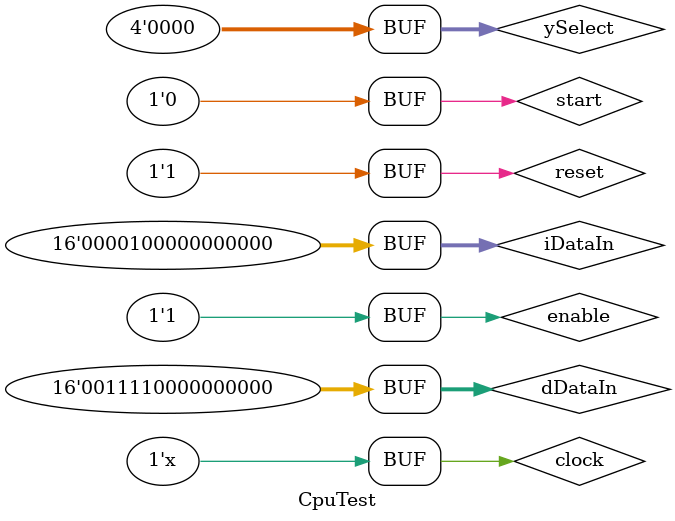
<source format=v>
`timescale 1ns / 1ps


module CpuTest;
//Operation
parameter NOP   = 5'b00000;
parameter HALT  = 5'b00001;
parameter LOAD  = 5'b00010;
parameter STORE = 5'b00011;
parameter LDIH  = 5'b10000;
parameter ADD   = 5'b01000;
parameter ADDI  = 5'b01001;
parameter ADDC  = 5'b10001;
parameter SUB   = 5'b10010;
parameter CMP   = 5'b01100;
parameter AND   = 5'b01101;
parameter OR    = 5'b01110;
parameter XOR   = 5'b01111;
parameter SLL   = 5'b00100;
parameter SLA   = 5'b00101;

parameter JUMP  = 5'b11000;
parameter JMPR  = 5'b11001;
parameter BZ    = 5'b11010;
parameter BNZ   = 5'b11011;
parameter BN    = 5'b11100;
parameter BC    = 5'b11110;
parameter GR0   = 3'b000;
parameter GR1   = 3'b001;
parameter GR2   = 3'b010;
parameter GR3   = 3'b011;
	// Inputs
	reg clock;
	reg enable;
	reg reset;
	reg start;
	reg [15:0] dDataIn;
	reg [15:0] iDataIn;
	reg [3:0] ySelect;

	// Outputs
	wire dWE;
	wire [7:0] dAddr;
	wire [7:0] iAddr;
	wire [15:0] dDataOut;
	wire [15:0] y;
  
	// Instantiate the Unit Under Test (UUT)
	IFetch uut (
		.clock(clock), 
		.enable(enable), 
		.reset(reset), 
		.start(start), 
		.dDataIn(dDataIn), 
		.iDataIn(iDataIn), 
		.ySelect(ySelect), 
		.dWE(dWE), 
		.dAddr(dAddr), 
		.iAddr(iAddr), 
		.dDataOut(dDataOut), 
		.y(y)
	);
	initial begin

		clock <= 0; enable <= 1; start <= 0;
		dDataIn <= 0;
		iDataIn <= 0;
		ySelect <= 0;
		// Initialize Inputs
    #10 reset <= 0;
		#10 reset <= 1;
		#10 enable <= 1; 
    #10 start <= 1; 
    #10 start <= 0;
        iDataIn <= {LOAD, GR1, 1'b0, GR0, 4'b0000};
    #10 iDataIn <= {LOAD, GR2, 1'b0, GR0, 4'b0001};
		#10 iDataIn <= {NOP, 11'b000_0000_0000};
		#10 iDataIn <= {NOP, 11'b000_0000_0000};
        dDataIn <= 16'h00AB;
		#10 iDataIn <= {NOP, 11'b000_0000_0000};
        dDataIn <= 16'h3C00;
		#10 iDataIn <= {ADD, GR3, 1'b0, GR1, 1'b0, GR2};
		#10 iDataIn <= {NOP, 11'b000_0000_0000};
		#10 iDataIn <= {NOP, 11'b000_0000_0000};
		#10 iDataIn <= {NOP, 11'b000_0000_0000};
		#10 iDataIn <= {STORE, GR3, 1'b0, GR0, 4'b0010};
		#10 iDataIn <= {HALT, 11'b000_0000_0000};
		// Wait 100 ns for global reset to finish
		    
		// Add stimulus here

	end
  always #5 clock <= ~clock;  
  
  initial begin
    $display("pc:idir            :regA :regB :da:dd:  :w:regC1:gr1 :gr2:gr3 ");
    //$monitor("%b:%h:%h:%b",iDataIn, dAddr, dDataOut, dWE);
    $monitor("%h:%b:%h:%h:%h:%h:%h:%b:%h:%h:%h:%h",
      CpuTest.uut.pc, CpuTest.uut.idIr, CpuTest.uut.regA, CpuTest.uut.regB, CpuTest.uut.regC,
      dAddr, dDataOut, dWE, 
      CpuTest.uut.regC1, CpuTest.uut.gr[1], CpuTest.uut.gr[2], CpuTest.uut.gr[3]);
  
  end
endmodule


</source>
